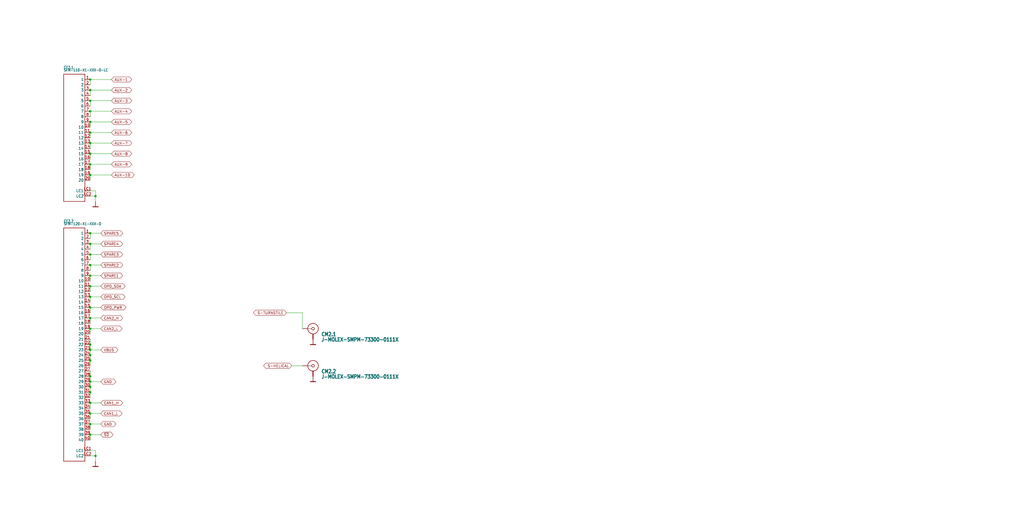
<source format=kicad_sch>
(kicad_sch (version 20211123) (generator eeschema)
  (paper "User" 490.22 254.406)
  (lib_symbols
    (symbol "oresat-backplane-2u-hasp-eagle-import:GND" (power)
      (symbol "GND_1_0"
        (polyline (pts (xy -1.27 -2.54) (xy 1.27 -2.54)) (stroke (width 0.4064)))
        (pin power_in line (at 0 0 270) (length 2.54) (name "GND") (number "1"))
      )
    )
    (symbol "oresat-backplane-2u-hasp-eagle-import:J-MOLEX-SMPM-73300-0111X"
      (property "Reference" "CM" (at 3.81 -3.81 0))
      (property "Value" "J-MOLEX-SMPM-73300-0111X" (at 3.81 -6.35 0))
      (symbol "J-MOLEX-SMPM-73300-0111X_1_0"
        (polyline (pts (xy -2.54 0) (xy -0.635 0)) (stroke (width 0.1524)))
        (circle (center 0 0) (radius 0.635) (stroke (width 0.254)))
        (circle (center 0 0) (radius 2.54) (stroke (width 0.254)))
        (pin passive line (at 0 -5.08 90) (length 2.54) (name "SHIELD1") (number "P$1"))
        (pin passive line (at 0 -5.08 90) (length 2.54) (name "SHIELD1") (number "P$2"))
        (pin passive line (at 0 -5.08 90) (length 2.54) (name "SHIELD1") (number "P$3"))
        (pin passive line (at 0 -5.08 90) (length 2.54) (name "SHIELD1") (number "P$4"))
        (pin passive line (at -5.08 0 0) (length 2.54) (name "RF") (number "RF-DOWN"))
      )
    )
    (symbol "oresat-backplane-2u-hasp-eagle-import:SFM-110-X1-XXX-D-LC"
      (property "Reference" "CF" (at -2.54 33.02 0))
      (property "Value" "SFM-110-X1-XXX-D-LC" (at -2.54 31.75 0))
      (symbol "SFM-110-X1-XXX-D-LC_1_0"
        (polyline (pts (xy -2.54 -30.48) (xy -2.54 30.48)) (stroke (width 0.254)))
        (polyline (pts (xy -2.54 30.48) (xy 7.62 30.48)) (stroke (width 0.254)))
        (polyline (pts (xy 7.62 -30.48) (xy -2.54 -30.48)) (stroke (width 0.254)))
        (polyline (pts (xy 7.62 30.48) (xy 7.62 -30.48)) (stroke (width 0.254)))
        (pin passive line (at 10.16 27.94 180) (length 2.54) (name "1") (number "1"))
        (pin passive line (at 10.16 5.08 180) (length 2.54) (name "10") (number "10"))
        (pin passive line (at 10.16 2.54 180) (length 2.54) (name "11") (number "11"))
        (pin passive line (at 10.16 0 180) (length 2.54) (name "12") (number "12"))
        (pin passive line (at 10.16 -2.54 180) (length 2.54) (name "13") (number "13"))
        (pin passive line (at 10.16 -5.08 180) (length 2.54) (name "14") (number "14"))
        (pin passive line (at 10.16 -7.62 180) (length 2.54) (name "15") (number "15"))
        (pin passive line (at 10.16 -10.16 180) (length 2.54) (name "16") (number "16"))
        (pin passive line (at 10.16 -12.7 180) (length 2.54) (name "17") (number "17"))
        (pin passive line (at 10.16 -15.24 180) (length 2.54) (name "18") (number "18"))
        (pin passive line (at 10.16 -17.78 180) (length 2.54) (name "19") (number "19"))
        (pin passive line (at 10.16 25.4 180) (length 2.54) (name "2") (number "2"))
        (pin passive line (at 10.16 -20.32 180) (length 2.54) (name "20") (number "20"))
        (pin passive line (at 10.16 22.86 180) (length 2.54) (name "3") (number "3"))
        (pin passive line (at 10.16 20.32 180) (length 2.54) (name "4") (number "4"))
        (pin passive line (at 10.16 17.78 180) (length 2.54) (name "5") (number "5"))
        (pin passive line (at 10.16 15.24 180) (length 2.54) (name "6") (number "6"))
        (pin passive line (at 10.16 12.7 180) (length 2.54) (name "7") (number "7"))
        (pin passive line (at 10.16 10.16 180) (length 2.54) (name "8") (number "8"))
        (pin passive line (at 10.16 7.62 180) (length 2.54) (name "9") (number "9"))
        (pin passive line (at 10.16 -25.4 180) (length 2.54) (name "LC1") (number "LC1"))
        (pin passive line (at 10.16 -27.94 180) (length 2.54) (name "LC2") (number "LC2"))
      )
    )
    (symbol "oresat-backplane-2u-hasp-eagle-import:SFM-120-X1-XXX-D"
      (property "Reference" "J" (at -2.54 50.8 0))
      (property "Value" "SFM-120-X1-XXX-D" (at -2.54 49.53 0))
      (symbol "SFM-120-X1-XXX-D_1_0"
        (polyline (pts (xy -2.54 -63.5) (xy -2.54 48.26)) (stroke (width 0.254)))
        (polyline (pts (xy -2.54 48.26) (xy 7.62 48.26)) (stroke (width 0.254)))
        (polyline (pts (xy 7.62 -63.5) (xy -2.54 -63.5)) (stroke (width 0.254)))
        (polyline (pts (xy 7.62 48.26) (xy 7.62 -63.5)) (stroke (width 0.254)))
        (pin passive line (at 10.16 45.72 180) (length 2.54) (name "1") (number "1"))
        (pin passive line (at 10.16 22.86 180) (length 2.54) (name "10") (number "10"))
        (pin passive line (at 10.16 20.32 180) (length 2.54) (name "11") (number "11"))
        (pin passive line (at 10.16 17.78 180) (length 2.54) (name "12") (number "12"))
        (pin passive line (at 10.16 15.24 180) (length 2.54) (name "13") (number "13"))
        (pin passive line (at 10.16 12.7 180) (length 2.54) (name "14") (number "14"))
        (pin passive line (at 10.16 10.16 180) (length 2.54) (name "15") (number "15"))
        (pin passive line (at 10.16 7.62 180) (length 2.54) (name "16") (number "16"))
        (pin passive line (at 10.16 5.08 180) (length 2.54) (name "17") (number "17"))
        (pin passive line (at 10.16 2.54 180) (length 2.54) (name "18") (number "18"))
        (pin passive line (at 10.16 0 180) (length 2.54) (name "19") (number "19"))
        (pin passive line (at 10.16 43.18 180) (length 2.54) (name "2") (number "2"))
        (pin passive line (at 10.16 -2.54 180) (length 2.54) (name "20") (number "20"))
        (pin passive line (at 10.16 -5.08 180) (length 2.54) (name "21") (number "21"))
        (pin passive line (at 10.16 -7.62 180) (length 2.54) (name "22") (number "22"))
        (pin passive line (at 10.16 -10.16 180) (length 2.54) (name "23") (number "23"))
        (pin passive line (at 10.16 -12.7 180) (length 2.54) (name "24") (number "24"))
        (pin passive line (at 10.16 -15.24 180) (length 2.54) (name "25") (number "25"))
        (pin passive line (at 10.16 -17.78 180) (length 2.54) (name "26") (number "26"))
        (pin passive line (at 10.16 -20.32 180) (length 2.54) (name "27") (number "27"))
        (pin passive line (at 10.16 -22.86 180) (length 2.54) (name "28") (number "28"))
        (pin passive line (at 10.16 -25.4 180) (length 2.54) (name "29") (number "29"))
        (pin passive line (at 10.16 40.64 180) (length 2.54) (name "3") (number "3"))
        (pin passive line (at 10.16 -27.94 180) (length 2.54) (name "30") (number "30"))
        (pin passive line (at 10.16 -30.48 180) (length 2.54) (name "31") (number "31"))
        (pin passive line (at 10.16 -33.02 180) (length 2.54) (name "32") (number "32"))
        (pin passive line (at 10.16 -35.56 180) (length 2.54) (name "33") (number "33"))
        (pin passive line (at 10.16 -38.1 180) (length 2.54) (name "34") (number "34"))
        (pin passive line (at 10.16 -40.64 180) (length 2.54) (name "35") (number "35"))
        (pin passive line (at 10.16 -43.18 180) (length 2.54) (name "36") (number "36"))
        (pin passive line (at 10.16 -45.72 180) (length 2.54) (name "37") (number "37"))
        (pin passive line (at 10.16 -48.26 180) (length 2.54) (name "38") (number "38"))
        (pin passive line (at 10.16 -50.8 180) (length 2.54) (name "39") (number "39"))
        (pin passive line (at 10.16 38.1 180) (length 2.54) (name "4") (number "4"))
        (pin passive line (at 10.16 -53.34 180) (length 2.54) (name "40") (number "40"))
        (pin passive line (at 10.16 35.56 180) (length 2.54) (name "5") (number "5"))
        (pin passive line (at 10.16 33.02 180) (length 2.54) (name "6") (number "6"))
        (pin passive line (at 10.16 30.48 180) (length 2.54) (name "7") (number "7"))
        (pin passive line (at 10.16 27.94 180) (length 2.54) (name "8") (number "8"))
        (pin passive line (at 10.16 25.4 180) (length 2.54) (name "9") (number "9"))
        (pin passive line (at 10.16 -58.42 180) (length 2.54) (name "LC1") (number "LC1"))
        (pin passive line (at 10.16 -60.96 180) (length 2.54) (name "LC2") (number "LC2"))
      )
    )
  )
  (junction (at 43.18 165.1))
  (junction (at 43.18 137.16))
  (junction (at 43.18 78.74))
  (junction (at 43.18 157.48))
  (junction (at 43.18 185.42))
  (junction (at 43.18 43.18))
  (junction (at 45.72 93.98))
  (junction (at 43.18 53.34))
  (junction (at 43.18 208.28))
  (junction (at 43.18 203.2))
  (junction (at 43.18 111.76))
  (junction (at 45.72 218.44))
  (junction (at 43.18 127))
  (junction (at 43.18 180.34))
  (junction (at 43.18 182.88))
  (junction (at 43.18 152.4))
  (junction (at 43.18 172.72))
  (junction (at 43.18 193.04))
  (junction (at 43.18 167.64))
  (junction (at 43.18 121.92))
  (junction (at 43.18 187.96))
  (junction (at 43.18 73.66))
  (junction (at 43.18 63.5))
  (junction (at 43.18 147.32))
  (junction (at 43.18 38.1))
  (junction (at 43.18 48.26))
  (junction (at 43.18 142.24))
  (junction (at 43.18 198.12))
  (junction (at 43.18 68.58))
  (junction (at 43.18 58.42))
  (junction (at 43.18 83.82))
  (junction (at 43.18 170.18))
  (junction (at 43.18 132.08))
  (junction (at 43.18 116.84))
  (wire (pts (xy 43.18 83.82) (xy 43.18 86.36)))
  (wire (pts (xy 45.72 215.9) (xy 45.72 218.44)))
  (wire (pts (xy 48.26 157.48) (xy 43.18 157.48)))
  (wire (pts (xy 43.18 63.5) (xy 53.34 63.5)))
  (wire (pts (xy 48.26 193.04) (xy 43.18 193.04)))
  (wire (pts (xy 43.18 208.28) (xy 43.18 210.82)))
  (wire (pts (xy 48.26 182.88) (xy 43.18 182.88)))
  (wire (pts (xy 48.26 127) (xy 43.18 127)))
  (wire (pts (xy 43.18 177.8) (xy 43.18 180.34)))
  (wire (pts (xy 43.18 187.96) (xy 43.18 190.5)))
  (wire (pts (xy 43.18 132.08) (xy 43.18 134.62)))
  (wire (pts (xy 43.18 48.26) (xy 53.34 48.26)))
  (wire (pts (xy 43.18 68.58) (xy 53.34 68.58)))
  (wire (pts (xy 43.18 203.2) (xy 43.18 205.74)))
  (wire (pts (xy 48.26 198.12) (xy 43.18 198.12)))
  (wire (pts (xy 43.18 162.56) (xy 43.18 165.1)))
  (wire (pts (xy 43.18 43.18) (xy 43.18 45.72)))
  (wire (pts (xy 43.18 78.74) (xy 53.34 78.74)))
  (wire (pts (xy 48.26 147.32) (xy 43.18 147.32)))
  (wire (pts (xy 45.72 93.98) (xy 43.18 93.98)))
  (wire (pts (xy 43.18 139.7) (xy 43.18 137.16)))
  (wire (pts (xy 43.18 167.64) (xy 43.18 170.18)))
  (wire (pts (xy 43.18 121.92) (xy 43.18 124.46)))
  (wire (pts (xy 43.18 53.34) (xy 53.34 53.34)))
  (wire (pts (xy 43.18 83.82) (xy 53.34 83.82)))
  (wire (pts (xy 48.26 132.08) (xy 43.18 132.08)))
  (wire (pts (xy 137.16 149.86) (xy 144.78 149.86)))
  (wire (pts (xy 43.18 170.18) (xy 43.18 172.72)))
  (wire (pts (xy 43.18 38.1) (xy 43.18 40.64)))
  (wire (pts (xy 48.26 152.4) (xy 43.18 152.4)))
  (wire (pts (xy 48.26 208.28) (xy 43.18 208.28)))
  (wire (pts (xy 48.26 142.24) (xy 43.18 142.24)))
  (wire (pts (xy 43.18 180.34) (xy 43.18 182.88)))
  (wire (pts (xy 43.18 58.42) (xy 53.34 58.42)))
  (wire (pts (xy 43.18 38.1) (xy 53.34 38.1)))
  (wire (pts (xy 48.26 137.16) (xy 43.18 137.16)))
  (wire (pts (xy 43.18 53.34) (xy 43.18 55.88)))
  (wire (pts (xy 43.18 111.76) (xy 43.18 114.3)))
  (wire (pts (xy 144.78 157.48) (xy 144.78 149.86)))
  (wire (pts (xy 45.72 93.98) (xy 45.72 91.44)))
  (wire (pts (xy 43.18 111.76) (xy 48.26 111.76)))
  (wire (pts (xy 43.18 193.04) (xy 43.18 195.58)))
  (wire (pts (xy 45.72 218.44) (xy 45.72 220.98)))
  (wire (pts (xy 43.18 116.84) (xy 43.18 119.38)))
  (wire (pts (xy 43.18 160.02) (xy 43.18 157.48)))
  (wire (pts (xy 45.72 91.44) (xy 43.18 91.44)))
  (wire (pts (xy 43.18 218.44) (xy 45.72 218.44)))
  (wire (pts (xy 43.18 68.58) (xy 43.18 71.12)))
  (wire (pts (xy 43.18 165.1) (xy 43.18 167.64)))
  (wire (pts (xy 43.18 127) (xy 43.18 129.54)))
  (wire (pts (xy 43.18 121.92) (xy 48.26 121.92)))
  (wire (pts (xy 45.72 96.52) (xy 45.72 93.98)))
  (wire (pts (xy 43.18 215.9) (xy 45.72 215.9)))
  (wire (pts (xy 43.18 185.42) (xy 43.18 187.96)))
  (wire (pts (xy 43.18 172.72) (xy 43.18 175.26)))
  (wire (pts (xy 43.18 147.32) (xy 43.18 149.86)))
  (wire (pts (xy 43.18 73.66) (xy 43.18 76.2)))
  (wire (pts (xy 43.18 43.18) (xy 53.34 43.18)))
  (wire (pts (xy 43.18 63.5) (xy 43.18 66.04)))
  (wire (pts (xy 43.18 116.84) (xy 48.26 116.84)))
  (wire (pts (xy 43.18 48.26) (xy 43.18 50.8)))
  (wire (pts (xy 48.26 167.64) (xy 43.18 167.64)))
  (wire (pts (xy 139.7 175.26) (xy 144.78 175.26)))
  (wire (pts (xy 43.18 78.74) (xy 43.18 81.28)))
  (wire (pts (xy 43.18 58.42) (xy 43.18 60.96)))
  (wire (pts (xy 43.18 73.66) (xy 53.34 73.66)))
  (wire (pts (xy 48.26 203.2) (xy 43.18 203.2)))
  (wire (pts (xy 43.18 142.24) (xy 43.18 144.78)))
  (wire (pts (xy 43.18 182.88) (xy 43.18 185.42)))
  (wire (pts (xy 43.18 198.12) (xy 43.18 200.66)))
  (wire (pts (xy 43.18 152.4) (xy 43.18 154.94)))
  (global_label "S-HELICAL" (shape bidirectional) (at 139.7 175.26 180) (effects (font (size 1.2446 1.2446))) (property "Intersheet References" "${INTERSHEET_REFS}" (effects hide)))
  (global_label "OPD_PWR" (shape bidirectional) (at 48.26 147.32 0) (effects (font (size 1.2446 1.2446))) (property "Intersheet References" "${INTERSHEET_REFS}" (effects hide)))
  (global_label "AUX-2" (shape bidirectional) (at 53.34 43.18 0) (effects (font (size 1.2446 1.2446))) (property "Intersheet References" "${INTERSHEET_REFS}" (effects hide)))
  (global_label "GND" (shape bidirectional) (at 48.26 182.88 0) (effects (font (size 1.2446 1.2446))) (property "Intersheet References" "${INTERSHEET_REFS}" (effects hide)))
  (global_label "AUX-9" (shape bidirectional) (at 53.34 78.74 0) (effects (font (size 1.2446 1.2446))) (property "Intersheet References" "${INTERSHEET_REFS}" (effects hide)))
  (global_label "AUX-4" (shape bidirectional) (at 53.34 53.34 0) (effects (font (size 1.2446 1.2446))) (property "Intersheet References" "${INTERSHEET_REFS}" (effects hide)))
  (global_label "SPARE3" (shape bidirectional) (at 48.26 121.92 0) (effects (font (size 1.2446 1.2446))) (property "Intersheet References" "${INTERSHEET_REFS}" (effects hide)))
  (global_label "AUX-6" (shape bidirectional) (at 53.34 63.5 0) (effects (font (size 1.2446 1.2446))) (property "Intersheet References" "${INTERSHEET_REFS}" (effects hide)))
  (global_label "SPARE1" (shape bidirectional) (at 48.26 132.08 0) (effects (font (size 1.2446 1.2446))) (property "Intersheet References" "${INTERSHEET_REFS}" (effects hide)))
  (global_label "AUX-8" (shape bidirectional) (at 53.34 73.66 0) (effects (font (size 1.2446 1.2446))) (property "Intersheet References" "${INTERSHEET_REFS}" (effects hide)))
  (global_label "CAN2_H" (shape bidirectional) (at 48.26 152.4 0) (effects (font (size 1.2446 1.2446))) (property "Intersheet References" "${INTERSHEET_REFS}" (effects hide)))
  (global_label "CAN1_L" (shape bidirectional) (at 48.26 198.12 0) (effects (font (size 1.2446 1.2446))) (property "Intersheet References" "${INTERSHEET_REFS}" (effects hide)))
  (global_label "~{SD}" (shape bidirectional) (at 48.26 208.28 0) (effects (font (size 1.2446 1.2446))) (property "Intersheet References" "${INTERSHEET_REFS}" (effects hide)))
  (global_label "CAN1_H" (shape bidirectional) (at 48.26 193.04 0) (effects (font (size 1.2446 1.2446))) (property "Intersheet References" "${INTERSHEET_REFS}" (effects hide)))
  (global_label "AUX-5" (shape bidirectional) (at 53.34 58.42 0) (effects (font (size 1.2446 1.2446))) (property "Intersheet References" "${INTERSHEET_REFS}" (effects hide)))
  (global_label "VBUS" (shape bidirectional) (at 48.26 167.64 0) (effects (font (size 1.2446 1.2446))) (property "Intersheet References" "${INTERSHEET_REFS}" (effects hide)))
  (global_label "SPARE4" (shape bidirectional) (at 48.26 116.84 0) (effects (font (size 1.2446 1.2446))) (property "Intersheet References" "${INTERSHEET_REFS}" (effects hide)))
  (global_label "AUX-7" (shape bidirectional) (at 53.34 68.58 0) (effects (font (size 1.2446 1.2446))) (property "Intersheet References" "${INTERSHEET_REFS}" (effects hide)))
  (global_label "OPD_SDA" (shape bidirectional) (at 48.26 137.16 0) (effects (font (size 1.2446 1.2446))) (property "Intersheet References" "${INTERSHEET_REFS}" (effects hide)))
  (global_label "OPD_SCL" (shape bidirectional) (at 48.26 142.24 0) (effects (font (size 1.2446 1.2446))) (property "Intersheet References" "${INTERSHEET_REFS}" (effects hide)))
  (global_label "SPARE2" (shape bidirectional) (at 48.26 127 0) (effects (font (size 1.2446 1.2446))) (property "Intersheet References" "${INTERSHEET_REFS}" (effects hide)))
  (global_label "SPARE5" (shape bidirectional) (at 48.26 111.76 0) (effects (font (size 1.2446 1.2446))) (property "Intersheet References" "${INTERSHEET_REFS}" (effects hide)))
  (global_label "S-TURNSTILE" (shape bidirectional) (at 137.16 149.86 180) (effects (font (size 1.2446 1.2446))) (property "Intersheet References" "${INTERSHEET_REFS}" (effects hide)))
  (global_label "AUX-3" (shape bidirectional) (at 53.34 48.26 0) (effects (font (size 1.2446 1.2446))) (property "Intersheet References" "${INTERSHEET_REFS}" (effects hide)))
  (global_label "AUX-1" (shape bidirectional) (at 53.34 38.1 0) (effects (font (size 1.2446 1.2446))) (property "Intersheet References" "${INTERSHEET_REFS}" (effects hide)))
  (global_label "GND" (shape bidirectional) (at 48.26 203.2 0) (effects (font (size 1.2446 1.2446))) (property "Intersheet References" "${INTERSHEET_REFS}" (effects hide)))
  (global_label "AUX-10" (shape bidirectional) (at 53.34 83.82 0) (effects (font (size 1.2446 1.2446))) (property "Intersheet References" "${INTERSHEET_REFS}" (effects hide)))
  (global_label "CAN2_L" (shape bidirectional) (at 48.26 157.48 0) (effects (font (size 1.2446 1.2446))) (property "Intersheet References" "${INTERSHEET_REFS}" (effects hide)))
  (symbol (lib_id "oresat-backplane-2u-hasp-eagle-import:GND") (at 149.86 162.56 0) (unit 1)
    (property "Reference" "#GND12" (effects hide))
    (property "Value" "GND" (effects hide))
    (property "Footprint" "oresat-backplane-2u-hasp:" (effects hide))
  )
  (symbol (lib_id "oresat-backplane-2u-hasp-eagle-import:J-MOLEX-SMPM-73300-0111X") (at 149.86 157.48 0) (unit 1)
    (property "Reference" "CM2.1" (at 153.67 161.29 0) (effects (font (size 1.778 1.5113) bold) (justify left bottom)))
    (property "Value" "J-MOLEX-SMPM-73300-0111X" (at 153.67 163.83 0) (effects (font (size 1.778 1.5113) bold) (justify left bottom)))
    (property "Footprint" "oresat-backplane-2u-hasp:J-MOLEX-SMPM-73300-0111X" (effects hide))
  )
  (symbol (lib_id "oresat-backplane-2u-hasp-eagle-import:J-MOLEX-SMPM-73300-0111X") (at 149.86 175.26 0) (unit 1)
    (property "Reference" "CM2.2" (at 153.67 179.07 0) (effects (font (size 1.778 1.5113) bold) (justify left bottom)))
    (property "Value" "J-MOLEX-SMPM-73300-0111X" (at 153.67 181.61 0) (effects (font (size 1.778 1.5113) bold) (justify left bottom)))
    (property "Footprint" "oresat-backplane-2u-hasp:J-MOLEX-SMPM-73300-0111X" (effects hide))
  )
  (symbol (lib_id "oresat-backplane-2u-hasp-eagle-import:GND") (at 45.72 220.98 0) (unit 1)
    (property "Reference" "#GND109" (effects hide))
    (property "Value" "GND" (effects hide))
    (property "Footprint" "oresat-backplane-2u-hasp:" (effects hide))
  )
  (symbol (lib_id "oresat-backplane-2u-hasp-eagle-import:GND") (at 149.86 180.34 0) (unit 1)
    (property "Reference" "#GND11" (effects hide))
    (property "Value" "GND" (effects hide))
    (property "Footprint" "oresat-backplane-2u-hasp:" (effects hide))
  )
  (symbol (lib_id "oresat-backplane-2u-hasp-eagle-import:SFM-110-X1-XXX-D-LC") (at 33.02 66.04 0) (unit 1)
    (property "Reference" "CF2.1" (at 30.48 33.02 0) (effects (font (size 1.27 1.0795)) (justify left bottom)))
    (property "Value" "SFM-110-X1-XXX-D-LC" (at 30.48 34.29 0) (effects (font (size 1.27 1.0795)) (justify left bottom)))
    (property "Footprint" "oresat-backplane-2u-hasp:SFM-110-X1-XXX-D-LC" (effects hide))
  )
  (symbol (lib_id "oresat-backplane-2u-hasp-eagle-import:SFM-120-X1-XXX-D") (at 33.02 157.48 0) (unit 1)
    (property "Reference" "CF2.2" (at 30.48 106.68 0) (effects (font (size 1.27 1.0795)) (justify left bottom)))
    (property "Value" "SFM-120-X1-XXX-D" (at 30.48 107.95 0) (effects (font (size 1.27 1.0795)) (justify left bottom)))
    (property "Footprint" "oresat-backplane-2u-hasp:SFM-120-X1-XXX-D" (effects hide))
  )
  (symbol (lib_id "oresat-backplane-2u-hasp-eagle-import:GND") (at 45.72 96.52 0) (unit 1)
    (property "Reference" "#GND113" (effects hide))
    (property "Value" "GND" (effects hide))
    (property "Footprint" "oresat-backplane-2u-hasp:" (effects hide))
  )
)
</source>
